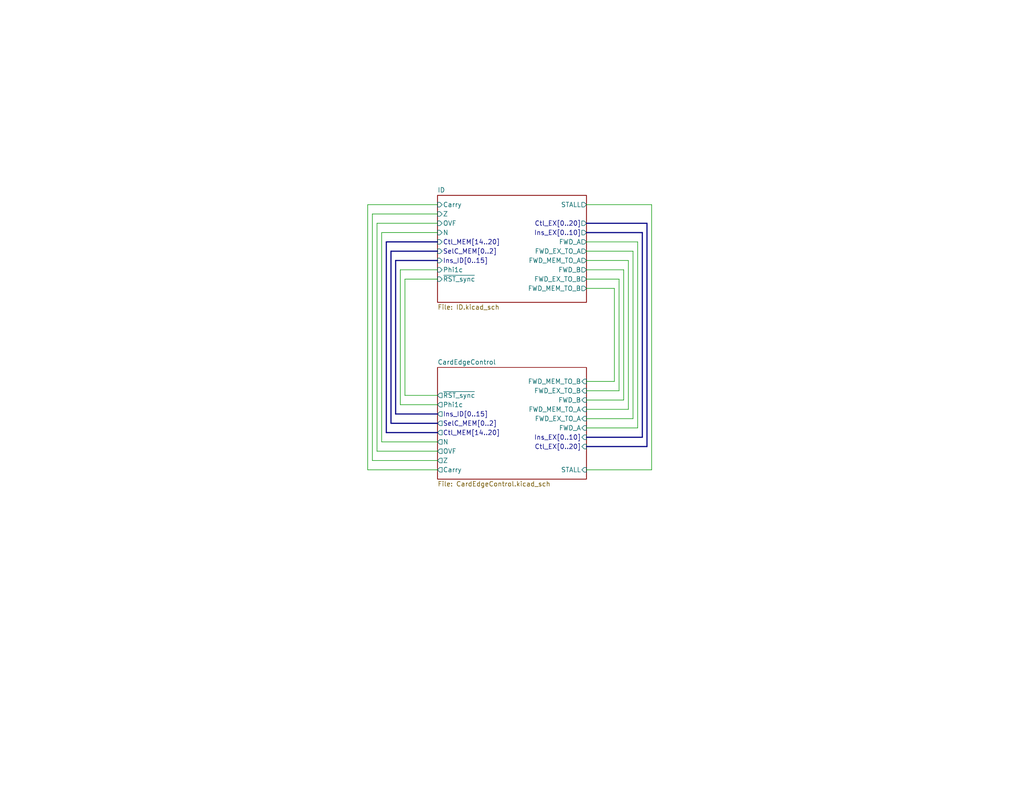
<source format=kicad_sch>
(kicad_sch
	(version 20250114)
	(generator "eeschema")
	(generator_version "9.0")
	(uuid "8440aa1c-35a0-4293-b61e-2585007d6959")
	(paper "USLetter")
	(title_block
		(date "2025-07-01")
		(rev "A")
	)
	(lib_symbols)
	(bus
		(pts
			(xy 160.02 63.5) (xy 175.26 63.5)
		)
		(stroke
			(width 0)
			(type default)
		)
		(uuid "029ac278-9be2-4804-bbbc-af5dce12fe62")
	)
	(wire
		(pts
			(xy 168.91 106.68) (xy 168.91 76.2)
		)
		(stroke
			(width 0)
			(type default)
		)
		(uuid "05a6c598-0bbf-471b-a160-55d6cefbf54d")
	)
	(bus
		(pts
			(xy 106.68 68.58) (xy 119.38 68.58)
		)
		(stroke
			(width 0)
			(type default)
		)
		(uuid "0b2806bb-f97b-4572-b9b1-36660a414b40")
	)
	(bus
		(pts
			(xy 105.41 66.04) (xy 105.41 118.11)
		)
		(stroke
			(width 0)
			(type default)
		)
		(uuid "0f0cfaec-821a-459e-9071-fa462b45344a")
	)
	(wire
		(pts
			(xy 100.33 128.27) (xy 119.38 128.27)
		)
		(stroke
			(width 0)
			(type default)
		)
		(uuid "0f8801bf-2bd5-421f-ad56-20f2ed9644e5")
	)
	(wire
		(pts
			(xy 109.22 110.49) (xy 119.38 110.49)
		)
		(stroke
			(width 0)
			(type default)
		)
		(uuid "12e8d099-aa63-45e5-9d0a-6ffd8f653f97")
	)
	(bus
		(pts
			(xy 176.53 60.96) (xy 160.02 60.96)
		)
		(stroke
			(width 0)
			(type default)
		)
		(uuid "13189d46-f369-4d87-9f59-df62625bad27")
	)
	(wire
		(pts
			(xy 101.6 125.73) (xy 101.6 58.42)
		)
		(stroke
			(width 0)
			(type default)
		)
		(uuid "134fa15d-4e8f-4fd8-8348-b70e06005355")
	)
	(bus
		(pts
			(xy 119.38 115.57) (xy 106.68 115.57)
		)
		(stroke
			(width 0)
			(type default)
		)
		(uuid "1a7a76a5-d828-49a9-9040-ffadcb9bc8cc")
	)
	(bus
		(pts
			(xy 105.41 118.11) (xy 119.38 118.11)
		)
		(stroke
			(width 0)
			(type default)
		)
		(uuid "261b6d7d-7bb9-4e07-b3a8-0926efd3d61a")
	)
	(bus
		(pts
			(xy 175.26 119.38) (xy 160.02 119.38)
		)
		(stroke
			(width 0)
			(type default)
		)
		(uuid "2c17192b-3193-46e4-86f8-c29ef828d66c")
	)
	(wire
		(pts
			(xy 170.18 109.22) (xy 160.02 109.22)
		)
		(stroke
			(width 0)
			(type default)
		)
		(uuid "34c51dd9-d733-4e09-b32a-754ab25ffc00")
	)
	(wire
		(pts
			(xy 119.38 125.73) (xy 101.6 125.73)
		)
		(stroke
			(width 0)
			(type default)
		)
		(uuid "3a31c216-6ba0-42e2-8051-f05cfcb82d36")
	)
	(wire
		(pts
			(xy 110.49 107.95) (xy 110.49 76.2)
		)
		(stroke
			(width 0)
			(type default)
		)
		(uuid "425ea8e7-8b9b-4b18-a25c-45d49f242471")
	)
	(bus
		(pts
			(xy 119.38 71.12) (xy 107.95 71.12)
		)
		(stroke
			(width 0)
			(type default)
		)
		(uuid "431bde99-387c-4d11-bb3f-3221d1defdf7")
	)
	(wire
		(pts
			(xy 160.02 55.88) (xy 177.8 55.88)
		)
		(stroke
			(width 0)
			(type default)
		)
		(uuid "44c20048-4d5d-48f6-8d78-fc63b23fcafd")
	)
	(wire
		(pts
			(xy 160.02 78.74) (xy 167.64 78.74)
		)
		(stroke
			(width 0)
			(type default)
		)
		(uuid "45ac77df-9cce-488d-9161-d3c9b6b1395c")
	)
	(wire
		(pts
			(xy 172.72 114.3) (xy 160.02 114.3)
		)
		(stroke
			(width 0)
			(type default)
		)
		(uuid "498436d0-e1a4-4c5d-9337-557d1c4813b5")
	)
	(bus
		(pts
			(xy 160.02 121.92) (xy 176.53 121.92)
		)
		(stroke
			(width 0)
			(type default)
		)
		(uuid "4b00800d-4a48-4fe6-b06b-dcddd3cb273c")
	)
	(wire
		(pts
			(xy 171.45 71.12) (xy 160.02 71.12)
		)
		(stroke
			(width 0)
			(type default)
		)
		(uuid "4e99839f-2b43-45fb-8f36-74685f50eefe")
	)
	(wire
		(pts
			(xy 101.6 58.42) (xy 119.38 58.42)
		)
		(stroke
			(width 0)
			(type default)
		)
		(uuid "4fcf72c8-c7b6-492d-a47d-47116b0cea05")
	)
	(wire
		(pts
			(xy 171.45 111.76) (xy 171.45 71.12)
		)
		(stroke
			(width 0)
			(type default)
		)
		(uuid "5044cc08-0fe6-44aa-8fc5-b0ac7308736b")
	)
	(bus
		(pts
			(xy 107.95 113.03) (xy 119.38 113.03)
		)
		(stroke
			(width 0)
			(type default)
		)
		(uuid "50c73864-843e-459c-a1a7-b593e81ab970")
	)
	(wire
		(pts
			(xy 173.99 116.84) (xy 173.99 66.04)
		)
		(stroke
			(width 0)
			(type default)
		)
		(uuid "5a5b3b99-e8bf-4e4a-9604-1513d4f23d48")
	)
	(wire
		(pts
			(xy 100.33 55.88) (xy 100.33 128.27)
		)
		(stroke
			(width 0)
			(type default)
		)
		(uuid "65d6a7d6-427f-438d-870a-d2cba02fdf57")
	)
	(wire
		(pts
			(xy 119.38 120.65) (xy 104.14 120.65)
		)
		(stroke
			(width 0)
			(type default)
		)
		(uuid "6a2b83c5-0b11-4563-9ce5-d77176ab8859")
	)
	(wire
		(pts
			(xy 109.22 73.66) (xy 109.22 110.49)
		)
		(stroke
			(width 0)
			(type default)
		)
		(uuid "6a61c5fb-db4e-4a7e-abe1-2f35c697ebbd")
	)
	(bus
		(pts
			(xy 107.95 71.12) (xy 107.95 113.03)
		)
		(stroke
			(width 0)
			(type default)
		)
		(uuid "7455ccac-59a9-448b-afc0-b6add015ed13")
	)
	(wire
		(pts
			(xy 177.8 55.88) (xy 177.8 128.27)
		)
		(stroke
			(width 0)
			(type default)
		)
		(uuid "74f70f84-1efc-4cb6-8407-96c1b69be3e0")
	)
	(wire
		(pts
			(xy 110.49 76.2) (xy 119.38 76.2)
		)
		(stroke
			(width 0)
			(type default)
		)
		(uuid "76176de5-797d-4fee-bd52-226ca0a03570")
	)
	(bus
		(pts
			(xy 176.53 121.92) (xy 176.53 60.96)
		)
		(stroke
			(width 0)
			(type default)
		)
		(uuid "782cc9fc-025a-422e-9c44-f472a2202e0f")
	)
	(bus
		(pts
			(xy 119.38 66.04) (xy 105.41 66.04)
		)
		(stroke
			(width 0)
			(type default)
		)
		(uuid "791d9551-fcff-46d5-9e8d-40c13d8f3075")
	)
	(wire
		(pts
			(xy 119.38 60.96) (xy 102.87 60.96)
		)
		(stroke
			(width 0)
			(type default)
		)
		(uuid "7aa023be-caa9-4e6a-acde-ec112073a4b5")
	)
	(wire
		(pts
			(xy 119.38 107.95) (xy 110.49 107.95)
		)
		(stroke
			(width 0)
			(type default)
		)
		(uuid "81a3ceac-bb1b-4c01-8b60-78670de67a66")
	)
	(bus
		(pts
			(xy 175.26 63.5) (xy 175.26 119.38)
		)
		(stroke
			(width 0)
			(type default)
		)
		(uuid "848658b0-4e39-4083-a0b2-6036263bb048")
	)
	(wire
		(pts
			(xy 167.64 104.14) (xy 160.02 104.14)
		)
		(stroke
			(width 0)
			(type default)
		)
		(uuid "851ae7d5-4e4b-4c63-8c0d-f769bfe0c911")
	)
	(wire
		(pts
			(xy 173.99 66.04) (xy 160.02 66.04)
		)
		(stroke
			(width 0)
			(type default)
		)
		(uuid "86a765cb-5bda-4d06-8d69-5e3a1f6612ec")
	)
	(wire
		(pts
			(xy 172.72 68.58) (xy 172.72 114.3)
		)
		(stroke
			(width 0)
			(type default)
		)
		(uuid "8833c335-7492-4a08-b11a-7b86dc42d6a5")
	)
	(wire
		(pts
			(xy 119.38 55.88) (xy 100.33 55.88)
		)
		(stroke
			(width 0)
			(type default)
		)
		(uuid "8f88cead-493d-4a7e-8eea-dea41b1320cb")
	)
	(wire
		(pts
			(xy 104.14 120.65) (xy 104.14 63.5)
		)
		(stroke
			(width 0)
			(type default)
		)
		(uuid "995cde20-a96b-4092-beb1-1776648d4383")
	)
	(wire
		(pts
			(xy 170.18 73.66) (xy 170.18 109.22)
		)
		(stroke
			(width 0)
			(type default)
		)
		(uuid "a41ac585-e52e-41fb-9ec8-22c083ffc79d")
	)
	(wire
		(pts
			(xy 177.8 128.27) (xy 160.02 128.27)
		)
		(stroke
			(width 0)
			(type default)
		)
		(uuid "a6dabb7d-1886-4aaf-baca-565e555b8562")
	)
	(wire
		(pts
			(xy 167.64 78.74) (xy 167.64 104.14)
		)
		(stroke
			(width 0)
			(type default)
		)
		(uuid "ab1a7c00-1a77-4a0f-86dc-93591b438546")
	)
	(wire
		(pts
			(xy 104.14 63.5) (xy 119.38 63.5)
		)
		(stroke
			(width 0)
			(type default)
		)
		(uuid "bc772d04-4797-43f4-995a-e59e7bdfbd57")
	)
	(wire
		(pts
			(xy 160.02 116.84) (xy 173.99 116.84)
		)
		(stroke
			(width 0)
			(type default)
		)
		(uuid "cdecee69-dcac-43ab-b0ee-1a6907420353")
	)
	(wire
		(pts
			(xy 160.02 68.58) (xy 172.72 68.58)
		)
		(stroke
			(width 0)
			(type default)
		)
		(uuid "cec7df28-6bfe-491c-9634-21cd964f13c3")
	)
	(wire
		(pts
			(xy 160.02 106.68) (xy 168.91 106.68)
		)
		(stroke
			(width 0)
			(type default)
		)
		(uuid "d613f816-cc2b-4cab-a8d8-bc5c50bc0aa5")
	)
	(bus
		(pts
			(xy 106.68 115.57) (xy 106.68 68.58)
		)
		(stroke
			(width 0)
			(type default)
		)
		(uuid "da2d94b4-be7a-4055-b2bf-4f490ef44137")
	)
	(wire
		(pts
			(xy 102.87 123.19) (xy 119.38 123.19)
		)
		(stroke
			(width 0)
			(type default)
		)
		(uuid "ddbbd704-9de5-4286-b36a-ec7255792797")
	)
	(wire
		(pts
			(xy 119.38 73.66) (xy 109.22 73.66)
		)
		(stroke
			(width 0)
			(type default)
		)
		(uuid "e6d6184d-9ba1-4231-b7a3-b3f64de88e75")
	)
	(wire
		(pts
			(xy 160.02 111.76) (xy 171.45 111.76)
		)
		(stroke
			(width 0)
			(type default)
		)
		(uuid "eb014083-af29-405d-b9d0-34936ea85ac4")
	)
	(wire
		(pts
			(xy 168.91 76.2) (xy 160.02 76.2)
		)
		(stroke
			(width 0)
			(type default)
		)
		(uuid "eb0a1ff4-7270-4069-832c-4e3add04a13f")
	)
	(wire
		(pts
			(xy 160.02 73.66) (xy 170.18 73.66)
		)
		(stroke
			(width 0)
			(type default)
		)
		(uuid "eb1d21eb-bb1b-48b2-995e-b4156f0b3d2c")
	)
	(wire
		(pts
			(xy 102.87 60.96) (xy 102.87 123.19)
		)
		(stroke
			(width 0)
			(type default)
		)
		(uuid "fa7d41c9-def9-4ae7-aa8b-9507ca81d3cc")
	)
	(sheet
		(at 119.38 53.34)
		(size 40.64 29.21)
		(exclude_from_sim no)
		(in_bom yes)
		(on_board yes)
		(dnp no)
		(fields_autoplaced yes)
		(stroke
			(width 0)
			(type solid)
		)
		(fill
			(color 0 0 0 0.0000)
		)
		(uuid "101aadd6-c8f8-4873-8d28-86528ab686cf")
		(property "Sheetname" "ID"
			(at 119.38 52.6284 0)
			(effects
				(font
					(size 1.27 1.27)
				)
				(justify left bottom)
			)
		)
		(property "Sheetfile" "ID.kicad_sch"
			(at 119.38 83.1346 0)
			(effects
				(font
					(size 1.27 1.27)
				)
				(justify left top)
			)
		)
		(pin "Z" input
			(at 119.38 58.42 180)
			(uuid "9522c1ec-cfa4-4242-887a-b52b07e33398")
			(effects
				(font
					(size 1.27 1.27)
				)
				(justify left)
			)
		)
		(pin "Carry" input
			(at 119.38 55.88 180)
			(uuid "0c037872-0560-45e7-a1c7-ea9950f8042b")
			(effects
				(font
					(size 1.27 1.27)
				)
				(justify left)
			)
		)
		(pin "Ins_ID[0..15]" input
			(at 119.38 71.12 180)
			(uuid "a7880cbb-c87c-48f0-8d2f-cc30d01096df")
			(effects
				(font
					(size 1.27 1.27)
				)
				(justify left)
			)
		)
		(pin "Ctl_EX[0..20]" output
			(at 160.02 60.96 0)
			(uuid "1d226c2d-b417-434e-a000-4bbba2392bd6")
			(effects
				(font
					(size 1.27 1.27)
				)
				(justify right)
			)
		)
		(pin "OVF" input
			(at 119.38 60.96 180)
			(uuid "525437c1-ca2a-49e4-acdd-7dcda537adf5")
			(effects
				(font
					(size 1.27 1.27)
				)
				(justify left)
			)
		)
		(pin "Ins_EX[0..10]" output
			(at 160.02 63.5 0)
			(uuid "13fe499a-9550-4245-b139-526bd7c0fc5f")
			(effects
				(font
					(size 1.27 1.27)
				)
				(justify right)
			)
		)
		(pin "STALL" output
			(at 160.02 55.88 0)
			(uuid "4ebaa487-6e9b-4bd6-b30b-23f3a5456f78")
			(effects
				(font
					(size 1.27 1.27)
				)
				(justify right)
			)
		)
		(pin "Ctl_MEM[14..20]" input
			(at 119.38 66.04 180)
			(uuid "1133eded-213a-4cc8-819e-872ef6c17768")
			(effects
				(font
					(size 1.27 1.27)
				)
				(justify left)
			)
		)
		(pin "SelC_MEM[0..2]" input
			(at 119.38 68.58 180)
			(uuid "1df31a36-e37f-473e-89f6-778dc66da28a")
			(effects
				(font
					(size 1.27 1.27)
				)
				(justify left)
			)
		)
		(pin "FWD_EX_TO_B" output
			(at 160.02 76.2 0)
			(uuid "01fa686e-f850-4928-8506-dce24766f9ef")
			(effects
				(font
					(size 1.27 1.27)
				)
				(justify right)
			)
		)
		(pin "FWD_MEM_TO_B" output
			(at 160.02 78.74 0)
			(uuid "63219226-5133-4e2a-b5a4-0eeb9d1127a8")
			(effects
				(font
					(size 1.27 1.27)
				)
				(justify right)
			)
		)
		(pin "FWD_B" output
			(at 160.02 73.66 0)
			(uuid "cae51ad3-fe09-42eb-a719-539f6c621861")
			(effects
				(font
					(size 1.27 1.27)
				)
				(justify right)
			)
		)
		(pin "FWD_EX_TO_A" output
			(at 160.02 68.58 0)
			(uuid "9e73d1c9-d0fd-4a4d-9e72-c498cd488b11")
			(effects
				(font
					(size 1.27 1.27)
				)
				(justify right)
			)
		)
		(pin "FWD_MEM_TO_A" output
			(at 160.02 71.12 0)
			(uuid "5a22a6ac-1fd2-499a-be99-4bdb3ae12e29")
			(effects
				(font
					(size 1.27 1.27)
				)
				(justify right)
			)
		)
		(pin "FWD_A" output
			(at 160.02 66.04 0)
			(uuid "af7a6e5f-5b57-4460-9821-fb603757e608")
			(effects
				(font
					(size 1.27 1.27)
				)
				(justify right)
			)
		)
		(pin "Phi1c" input
			(at 119.38 73.66 180)
			(uuid "659491b4-0bcf-4f02-a277-91e46d2c1215")
			(effects
				(font
					(size 1.27 1.27)
				)
				(justify left)
			)
		)
		(pin "~{RST_sync}" input
			(at 119.38 76.2 180)
			(uuid "af50eeda-8441-428c-b377-9688dc7db21c")
			(effects
				(font
					(size 1.27 1.27)
				)
				(justify left)
			)
		)
		(pin "N" input
			(at 119.38 63.5 180)
			(uuid "5ef72d29-272b-4bd5-82b6-f3f025350ffa")
			(effects
				(font
					(size 1.27 1.27)
				)
				(justify left)
			)
		)
		(instances
			(project ""
				(path "/83c5181e-f5ee-453c-ae5c-d7256ba8837d/333b4292-93f5-442d-a859-8b1da2cd4698"
					(page "19")
				)
			)
			(project "ControlCard"
				(path "/8440aa1c-35a0-4293-b61e-2585007d6959"
					(page "2")
				)
			)
		)
	)
	(sheet
		(at 119.38 100.33)
		(size 40.64 30.48)
		(exclude_from_sim no)
		(in_bom yes)
		(on_board yes)
		(dnp no)
		(fields_autoplaced yes)
		(stroke
			(width 0.1524)
			(type solid)
		)
		(fill
			(color 0 0 0 0.0000)
		)
		(uuid "3e2d8a0c-a0e1-488f-b575-4767fdfecf94")
		(property "Sheetname" "CardEdgeControl"
			(at 119.38 99.6184 0)
			(effects
				(font
					(size 1.27 1.27)
				)
				(justify left bottom)
			)
		)
		(property "Sheetfile" "CardEdgeControl.kicad_sch"
			(at 119.38 131.3946 0)
			(effects
				(font
					(size 1.27 1.27)
				)
				(justify left top)
			)
		)
		(pin "Carry" output
			(at 119.38 128.27 180)
			(uuid "842a27eb-7f3e-46a9-bfc8-f9fbfa687f8f")
			(effects
				(font
					(size 1.27 1.27)
				)
				(justify left)
			)
		)
		(pin "Ctl_EX[0..20]" input
			(at 160.02 121.92 0)
			(uuid "8e40cc7b-9974-4c6e-a983-b816731b80b3")
			(effects
				(font
					(size 1.27 1.27)
				)
				(justify right)
			)
		)
		(pin "Ctl_MEM[14..20]" output
			(at 119.38 118.11 180)
			(uuid "14cc3611-c634-42cd-8cb4-e8948d9c26d2")
			(effects
				(font
					(size 1.27 1.27)
				)
				(justify left)
			)
		)
		(pin "FWD_A" input
			(at 160.02 116.84 0)
			(uuid "2f80bb56-90fe-432c-942e-ac2fa1c62afb")
			(effects
				(font
					(size 1.27 1.27)
				)
				(justify right)
			)
		)
		(pin "FWD_B" input
			(at 160.02 109.22 0)
			(uuid "82fd9212-932c-4d01-ac03-1041fde949b6")
			(effects
				(font
					(size 1.27 1.27)
				)
				(justify right)
			)
		)
		(pin "FWD_EX_TO_A" input
			(at 160.02 114.3 0)
			(uuid "559b255f-fb12-49ed-994f-5bd104a101e3")
			(effects
				(font
					(size 1.27 1.27)
				)
				(justify right)
			)
		)
		(pin "FWD_EX_TO_B" input
			(at 160.02 106.68 0)
			(uuid "f4aeeb50-bce2-48d4-834f-806de24c9d2e")
			(effects
				(font
					(size 1.27 1.27)
				)
				(justify right)
			)
		)
		(pin "FWD_MEM_TO_A" input
			(at 160.02 111.76 0)
			(uuid "b92c48c4-fc51-4f08-95a6-ce5b2254dd92")
			(effects
				(font
					(size 1.27 1.27)
				)
				(justify right)
			)
		)
		(pin "FWD_MEM_TO_B" input
			(at 160.02 104.14 0)
			(uuid "88ea915f-6621-4da9-9c6d-c920632cc1ab")
			(effects
				(font
					(size 1.27 1.27)
				)
				(justify right)
			)
		)
		(pin "Ins_EX[0..10]" input
			(at 160.02 119.38 0)
			(uuid "38851ce8-7b11-44c1-a95c-7f6a21b347f6")
			(effects
				(font
					(size 1.27 1.27)
				)
				(justify right)
			)
		)
		(pin "Ins_ID[0..15]" output
			(at 119.38 113.03 180)
			(uuid "3c5e9e75-18e1-4fa3-a698-7b212fca95d7")
			(effects
				(font
					(size 1.27 1.27)
				)
				(justify left)
			)
		)
		(pin "N" output
			(at 119.38 120.65 180)
			(uuid "1a80d8c4-0d94-477f-b7dc-437ed9f4c3b5")
			(effects
				(font
					(size 1.27 1.27)
				)
				(justify left)
			)
		)
		(pin "OVF" output
			(at 119.38 123.19 180)
			(uuid "9d228192-0874-45f1-815a-7e14678d6669")
			(effects
				(font
					(size 1.27 1.27)
				)
				(justify left)
			)
		)
		(pin "Phi1c" output
			(at 119.38 110.49 180)
			(uuid "91794571-8273-435e-b9cf-9ba9baacbc4b")
			(effects
				(font
					(size 1.27 1.27)
				)
				(justify left)
			)
		)
		(pin "SelC_MEM[0..2]" output
			(at 119.38 115.57 180)
			(uuid "8ee8ae22-6264-4941-b407-05911ef0477e")
			(effects
				(font
					(size 1.27 1.27)
				)
				(justify left)
			)
		)
		(pin "STALL" input
			(at 160.02 128.27 0)
			(uuid "3b539bff-bf58-4427-bc40-597ab795ecb4")
			(effects
				(font
					(size 1.27 1.27)
				)
				(justify right)
			)
		)
		(pin "Z" output
			(at 119.38 125.73 180)
			(uuid "14efd935-27fe-4ecc-9a5f-6f878853e4f4")
			(effects
				(font
					(size 1.27 1.27)
				)
				(justify left)
			)
		)
		(pin "~{RST_sync}" output
			(at 119.38 107.95 180)
			(uuid "dc14dd0a-e83d-4f82-9f70-39a62a755b85")
			(effects
				(font
					(size 1.27 1.27)
				)
				(justify left)
			)
		)
		(instances
			(project "ControlCard"
				(path "/8440aa1c-35a0-4293-b61e-2585007d6959"
					(page "9")
				)
			)
		)
	)
	(sheet_instances
		(path "/"
			(page "1")
		)
	)
	(embedded_fonts no)
)

</source>
